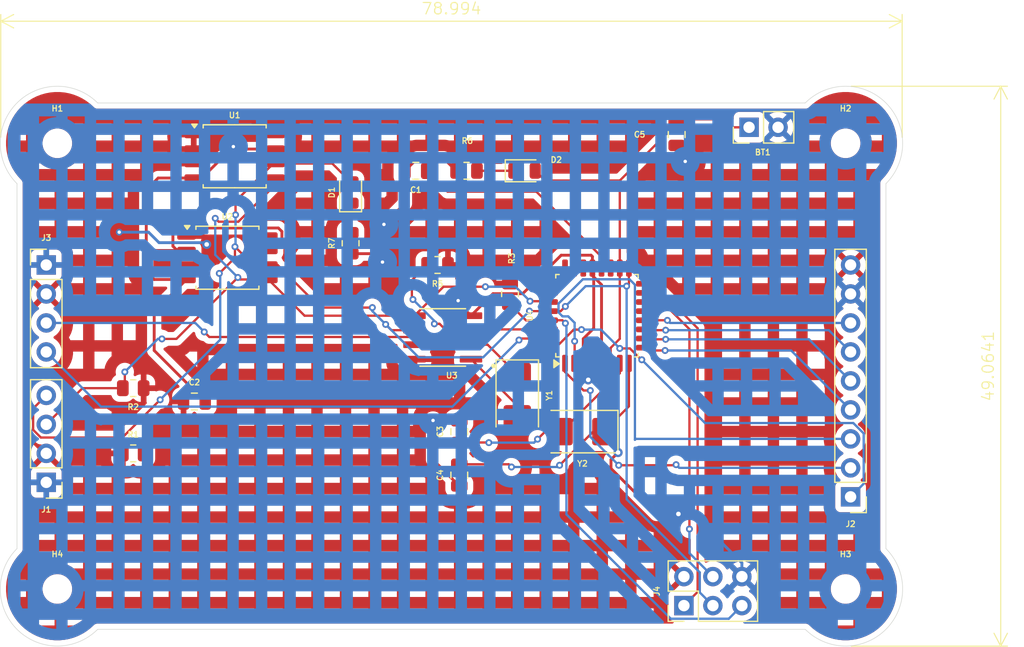
<source format=kicad_pcb>
(kicad_pcb (version 20241229) (generator "pcbnew") (generator_version "9.0")
  (title_block (title "MCU Data Logger") (date "2025-09-13") (rev "0.0.0") (company "Primzel Technologies") (comment 1 "2-Layer PCB Version"))
  (layers (0 "F.Cu" signal) (2 "B.Cu" signal) (13 "F.Paste" user) (15 "B.Paste" user) (5 "F.SilkS" user "F.Silkscreen") (7 "B.SilkS" user "B.Silkscreen") (1 "F.Mask" user) (3 "B.Mask" user) (25 "Edge.Cuts" user))
  (net 0 "")
  (net 1 "Net-(BT1-+)")
  (net 2 "GND")
  (net 3 "Net-(U4-AREF)")
  (net 4 "/Vcc")
  (net 5 "Net-(U4-XTAL1{slash}PB6)")
  (net 6 "Net-(U4-XTAL2{slash}PB7)")
  (net 7 "Net-(D1-K)")
  (net 8 "/SCK")
  (net 9 "Net-(D2-K)")
  (net 10 "/SDA")
  (net 11 "/D5")
  (net 12 "/D6")
  (net 13 "/D2")
  (net 14 "/D8")
  (net 15 "/D3")
  (net 16 "/D4")
  (net 17 "/D7")
  (net 18 "/TX")
  (net 19 "/RX")
  (net 20 "/RESET")
  (net 21 "/MISO")
  (net 22 "/MOSI")
  (net 23 "Net-(U3-SQW{slash}~INT)")
  (net 24 "Net-(U3-~{INTA})")
  (net 25 "Net-(U3-X2)")
  (net 26 "Net-(U3-X1)")
  (footprint "LED_SMD:LED_0805_2012Metric" (layer "F.Cu") (at 104.775 60.325 90)
    (property "Reference" "D1" (at 0 -1.65 90) (layer "F.SilkS") (effects (font (size 0.5 0.5) (thickness 0.1))))
    (property "Value" "LED")
    (pad "1" smd roundrect (at -0.9375 0 90) (size 0.975 1.4) (layers "F.Cu" "F.Mask" "F.Paste") (net 7 "Net-(D1-K)"))
    (pad "2" smd roundrect (at 0.9375 0 90) (size 0.975 1.4) (layers "F.Cu" "F.Mask" "F.Paste") (net 8 "/SCK"))
  )
  (footprint "MountingHole:MountingHole_2.1mm" (layer "F.Cu") (at 79.075134 95.067267)
    (property "Reference" "H4" (at 0 -3.05 0) (layer "F.SilkS") (effects (font (size 0.5 0.5) (thickness 0.1))))
    (property "Value" "MountingHole")
    (pad "" np_thru_hole circle (at 0 0) (size 2.1 2.1) (drill 2.1) (layers "*.Cu" "*.Mask"))
  )
  (footprint "Connector_PinHeader_2.54mm:PinHeader_2x03_P2.54mm_Vertical" (layer "F.Cu") (at 133.985 96.525 90)
    (property "Reference" "J4" (at 1.27 -2.38 90) (layer "F.SilkS") (effects (font (size 0.5 0.5) (thickness 0.1))))
    (property "Value" "Conn_02x03_Odd_Even")
    (pad "1" thru_hole rect (at 0 0 90) (size 1.7 1.7) (drill 1) (layers "*.Cu" "*.Mask") (net 21 "/MISO"))
    (pad "2" thru_hole circle (at 2.54 0 90) (size 1.7 1.7) (drill 1) (layers "*.Cu" "*.Mask") (net 4 "/Vcc"))
    (pad "3" thru_hole circle (at 0 2.54 90) (size 1.7 1.7) (drill 1) (layers "*.Cu" "*.Mask") (net 8 "/SCK"))
    (pad "4" thru_hole circle (at 2.54 2.54 90) (size 1.7 1.7) (drill 1) (layers "*.Cu" "*.Mask") (net 22 "/MOSI"))
    (pad "5" thru_hole circle (at 0 5.08 90) (size 1.7 1.7) (drill 1) (layers "*.Cu" "*.Mask") (net 20 "/RESET"))
    (pad "6" thru_hole circle (at 2.54 5.08 90) (size 1.7 1.7) (drill 1) (layers "*.Cu" "*.Mask") (net 2 "GND"))
  )
  (footprint "MountingHole:MountingHole_2.1mm" (layer "F.Cu") (at 79.075134 56.011934)
    (property "Reference" "H1" (at 0 -3.05 0) (layer "F.SilkS") (effects (font (size 0.5 0.5) (thickness 0.1))))
    (property "Value" "MountingHole")
    (pad "" np_thru_hole circle (at 0 0) (size 2.1 2.1) (drill 2.1) (layers "*.Cu" "*.Mask"))
  )
  (footprint "Capacitor_SMD:C_0805_2012Metric" (layer "F.Cu") (at 114.3 81.28 90)
    (property "Reference" "C3" (at 0 -1.68 90) (layer "F.SilkS") (effects (font (size 0.5 0.5) (thickness 0.1))))
    (property "Value" "22pF")
    (pad "1" smd roundrect (at -0.95 0 90) (size 1 1.45) (layers "F.Cu" "F.Mask" "F.Paste") (net 5 "Net-(U4-XTAL1{slash}PB6)"))
    (pad "2" smd roundrect (at 0.95 0 90) (size 1 1.45) (layers "F.Cu" "F.Mask" "F.Paste") (net 2 "GND"))
  )
  (footprint "MountingHole:MountingHole_2.1mm" (layer "F.Cu") (at 148.153267 95.067267)
    (property "Reference" "H3" (at 0 -3.05 0) (layer "F.SilkS") (effects (font (size 0.5 0.5) (thickness 0.1))))
    (property "Value" "MountingHole")
    (pad "" np_thru_hole circle (at 0 0) (size 2.1 2.1) (drill 2.1) (layers "*.Cu" "*.Mask"))
  )
  (footprint "Capacitor_SMD:C_0805_2012Metric" (layer "F.Cu") (at 91.085 78.64)
    (property "Reference" "C2" (at 0 -1.68 0) (layer "F.SilkS") (effects (font (size 0.5 0.5) (thickness 0.1))))
    (property "Value" "0.1uF")
    (pad "1" smd roundrect (at -0.95 0) (size 1 1.45) (layers "F.Cu" "F.Mask" "F.Paste") (net 4 "/Vcc"))
    (pad "2" smd roundrect (at 0.95 0) (size 1 1.45) (layers "F.Cu" "F.Mask" "F.Paste") (net 2 "GND"))
  )
  (footprint "MountingHole:MountingHole_2.1mm" (layer "F.Cu") (at 148.153267 56.011934)
    (property "Reference" "H2" (at 0 -3.05 0) (layer "F.SilkS") (effects (font (size 0.5 0.5) (thickness 0.1))))
    (property "Value" "MountingHole")
    (pad "" np_thru_hole circle (at 0 0) (size 2.1 2.1) (drill 2.1) (layers "*.Cu" "*.Mask"))
  )
  (footprint "Resistor_SMD:R_0805_2012Metric" (layer "F.Cu") (at 104.775 64.77 90)
    (property "Reference" "R7" (at 0 -1.65 90) (layer "F.SilkS") (effects (font (size 0.5 0.5) (thickness 0.1))))
    (property "Value" "330")
    (pad "1" smd roundrect (at -0.9125 0 90) (size 1.025 1.4) (layers "F.Cu" "F.Mask" "F.Paste") (roundrect_rratio 0.243902) (net 2 "GND"))
    (pad "2" smd roundrect (at 0.9125 0 90) (size 1.025 1.4) (layers "F.Cu" "F.Mask" "F.Paste") (roundrect_rratio 0.243902) (net 7 "Net-(D1-K)"))
  )
  (footprint "Package_SO:SOIC-8_5.3x5.3mm_P1.27mm" (layer "F.Cu") (at 93.98 66.04)
    (property "Reference" "U2" (at 0 -3.6 0) (layer "F.SilkS") (effects (font (size 0.5 0.5) (thickness 0.1))))
    (property "Value" "24LC1025")
    (pad "1" smd roundrect (at -3.5875 -1.905) (size 1.625 0.65) (layers "F.Cu" "F.Mask" "F.Paste") (net 4 "/Vcc"))
    (pad "2" smd roundrect (at -3.5875 -0.635) (size 1.625 0.65) (layers "F.Cu" "F.Mask" "F.Paste") (net 2 "GND"))
    (pad "3" smd roundrect (at -3.5875 0.635) (size 1.625 0.65) (layers "F.Cu" "F.Mask" "F.Paste") (net 4 "/Vcc"))
    (pad "4" smd roundrect (at -3.5875 1.905) (size 1.625 0.65) (layers "F.Cu" "F.Mask" "F.Paste") (net 2 "GND"))
    (pad "5" smd roundrect (at 3.5875 1.905) (size 1.625 0.65) (layers "F.Cu" "F.Mask" "F.Paste") (net 10 "/SDA"))
    (pad "6" smd roundrect (at 3.5875 0.635) (size 1.625 0.65) (layers "F.Cu" "F.Mask" "F.Paste") (net 8 "/SCK"))
    (pad "7" smd roundrect (at 3.5875 -0.635) (size 1.625 0.65) (layers "F.Cu" "F.Mask" "F.Paste") (net 2 "GND"))
    (pad "8" smd roundrect (at 3.5875 -1.905) (size 1.625 0.65) (layers "F.Cu" "F.Mask" "F.Paste") (net 4 "/Vcc"))
  )
  (footprint "LED_SMD:LED_0805_2012Metric" (layer "F.Cu") (at 120.015 58.42)
    (property "Reference" "D2" (at 2.785 -0.96 0) (layer "F.SilkS") (effects (font (size 0.5 0.5) (thickness 0.1))))
    (property "Value" "LED")
    (pad "1" smd roundrect (at -0.9375 0) (size 0.975 1.4) (layers "F.Cu" "F.Mask" "F.Paste") (net 9 "Net-(D2-K)"))
    (pad "2" smd roundrect (at 0.9375 0) (size 0.975 1.4) (layers "F.Cu" "F.Mask" "F.Paste") (net 1 "Net-(BT1-+)"))
  )
  (footprint "Connector_PinHeader_2.54mm:PinHeader_1x04_P2.54mm_Vertical" (layer "F.Cu") (at 78.105 85.725 180)
    (property "Reference" "J1" (at 0 -2.38 0) (layer "F.SilkS") (effects (font (size 0.5 0.5) (thickness 0.1))))
    (property "Value" "Conn_01x04_Pin")
    (pad "1" thru_hole rect (at 0 0 180) (size 1.7 1.7) (drill 1) (layers "*.Cu" "*.Mask") (net 2 "GND"))
    (pad "2" thru_hole circle (at 0 2.54 180) (size 1.7 1.7) (drill 1) (layers "*.Cu" "*.Mask") (net 4 "/Vcc"))
    (pad "3" thru_hole circle (at 0 5.08 180) (size 1.7 1.7) (drill 1) (layers "*.Cu" "*.Mask") (net 10 "/SDA"))
    (pad "4" thru_hole circle (at 0 7.62 180) (size 1.7 1.7) (drill 1) (layers "*.Cu" "*.Mask") (net 8 "/SCK"))
  )
  (footprint "Connector_PinHeader_2.54mm:PinHeader_1x04_P2.54mm_Vertical" (layer "F.Cu") (at 78.105 66.675)
    (property "Reference" "J3" (at 0 -2.38 0) (layer "F.SilkS") (effects (font (size 0.5 0.5) (thickness 0.1))))
    (property "Value" "Conn_01x04_Pin")
    (pad "1" thru_hole rect (at 0 0) (size 1.7 1.7) (drill 1) (layers "*.Cu" "*.Mask") (net 2 "GND"))
    (pad "2" thru_hole circle (at 0 2.54) (size 1.7 1.7) (drill 1) (layers "*.Cu" "*.Mask") (net 4 "/Vcc"))
    (pad "3" thru_hole circle (at 0 5.08) (size 1.7 1.7) (drill 1) (layers "*.Cu" "*.Mask") (net 19 "/RX"))
    (pad "4" thru_hole circle (at 0 7.62) (size 1.7 1.7) (drill 1) (layers "*.Cu" "*.Mask") (net 18 "/TX"))
  )
  (footprint "Resistor_SMD:R_0805_2012Metric" (layer "F.Cu") (at 85.725 77.47 180)
    (property "Reference" "R2" (at 0 -1.65 0) (layer "F.SilkS") (effects (font (size 0.5 0.5) (thickness 0.1))))
    (property "Value" "4.7K")
    (pad "1" smd roundrect (at -0.9125 0 180) (size 1.025 1.4) (layers "F.Cu" "F.Mask" "F.Paste") (roundrect_rratio 0.243902) (net 4 "/Vcc"))
    (pad "2" smd roundrect (at 0.9125 0 180) (size 1.025 1.4) (layers "F.Cu" "F.Mask" "F.Paste") (roundrect_rratio 0.243902) (net 10 "/SDA"))
  )
  (footprint "Crystal:Crystal_SMD_5032-2Pin_5.0x3.2mm" (layer "F.Cu") (at 119.38 78.105 -90)
    (property "Reference" "Y1" (at 0 -2.8 90) (layer "F.SilkS") (effects (font (size 0.5 0.5) (thickness 0.1))))
    (property "Value" "32.768KHz")
    (pad "1" smd roundrect (at -1.85 0 270) (size 2 2.4) (layers "F.Cu" "F.Mask" "F.Paste") (roundrect_rratio 0.125) (net 25 "Net-(U3-X2)"))
    (pad "2" smd roundrect (at 1.85 0 270) (size 2 2.4) (layers "F.Cu" "F.Mask" "F.Paste") (roundrect_rratio 0.125) (net 26 "Net-(U3-X1)"))
  )
  (footprint "Crystal:Crystal_SMD_5032-2Pin_5.0x3.2mm" (layer "F.Cu") (at 125.095 81.28 180)
    (property "Reference" "Y2" (at 0 -2.8 0) (layer "F.SilkS") (effects (font (size 0.5 0.5) (thickness 0.1))))
    (property "Value" "16MHz")
    (pad "1" smd roundrect (at -1.85 0 180) (size 2 2.4) (layers "F.Cu" "F.Mask" "F.Paste") (roundrect_rratio 0.125) (net 6 "Net-(U4-XTAL2{slash}PB7)"))
    (pad "2" smd roundrect (at 1.85 0 180) (size 2 2.4) (layers "F.Cu" "F.Mask" "F.Paste") (roundrect_rratio 0.125) (net 5 "Net-(U4-XTAL1{slash}PB6)"))
  )
  (footprint "Capacitor_SMD:C_0805_2012Metric" (layer "F.Cu") (at 110.49 58.42 180)
    (property "Reference" "C1" (at 0 -1.68 0) (layer "F.SilkS") (effects (font (size 0.5 0.5) (thickness 0.1))))
    (property "Value" "0.1uF")
    (pad "1" smd roundrect (at -0.95 0 180) (size 1 1.45) (layers "F.Cu" "F.Mask" "F.Paste") (net 3 "Net-(U4-AREF)"))
    (pad "2" smd roundrect (at 0.95 0 180) (size 1 1.45) (layers "F.Cu" "F.Mask" "F.Paste") (net 2 "GND"))
  )
  (footprint "Resistor_SMD:R_0805_2012Metric" (layer "F.Cu") (at 85.725 83.185)
    (property "Reference" "R1" (at 0 -1.65 0) (layer "F.SilkS") (effects (font (size 0.5 0.5) (thickness 0.1))))
    (property "Value" "4.7K")
    (pad "1" smd roundrect (at -0.9125 0) (size 1.025 1.4) (layers "F.Cu" "F.Mask" "F.Paste") (roundrect_rratio 0.243902) (net 4 "/Vcc"))
    (pad "2" smd roundrect (at 0.9125 0) (size 1.025 1.4) (layers "F.Cu" "F.Mask" "F.Paste") (roundrect_rratio 0.243902) (net 8 "/SCK"))
  )
  (footprint "DS1337S:SOIC127P600X175-8N" (layer "F.Cu") (at 112.85 73.025 180)
    (property "Reference" "U3" (at -0.795 -3.332 0) (layer "F.SilkS") (effects (font (size 0.5 0.5) (thickness 0.1))))
    (property "Value" "DS1337S_")
    (pad "1" smd roundrect (at -2.475 -1.905 180) (size 1.97 0.59) (layers "F.Cu" "F.Mask" "F.Paste") (roundrect_rratio 0.125) (net 26 "Net-(U3-X1)"))
    (pad "2" smd roundrect (at -2.475 -0.635 180) (size 1.97 0.59) (layers "F.Cu" "F.Mask" "F.Paste") (roundrect_rratio 0.125) (net 25 "Net-(U3-X2)"))
    (pad "3" smd roundrect (at -2.475 0.635 180) (size 1.97 0.59) (layers "F.Cu" "F.Mask" "F.Paste") (roundrect_rratio 0.125) (net 24 "Net-(U3-~{INTA})"))
    (pad "4" smd roundrect (at -2.475 1.905 180) (size 1.97 0.59) (layers "F.Cu" "F.Mask" "F.Paste") (roundrect_rratio 0.125) (net 2 "GND"))
    (pad "5" smd roundrect (at 2.475 1.905 180) (size 1.97 0.59) (layers "F.Cu" "F.Mask" "F.Paste") (roundrect_rratio 0.125) (net 10 "/SDA"))
    (pad "6" smd roundrect (at 2.475 0.635 180) (size 1.97 0.59) (layers "F.Cu" "F.Mask" "F.Paste") (roundrect_rratio 0.125) (net 8 "/SCK"))
    (pad "7" smd roundrect (at 2.475 -0.635 180) (size 1.97 0.59) (layers "F.Cu" "F.Mask" "F.Paste") (roundrect_rratio 0.125) (net 23 "Net-(U3-SQW{slash}~INT)"))
    (pad "8" smd roundrect (at 2.475 -1.905 180) (size 1.97 0.59) (layers "F.Cu" "F.Mask" "F.Paste") (roundrect_rratio 0.125) (net 4 "/Vcc"))
  )
  (footprint "Resistor_SMD:R_0805_2012Metric" (layer "F.Cu") (at 114.935 58.42)
    (property "Reference" "R6" (at 0.065 -2.62 0) (layer "F.SilkS") (effects (font (size 0.5 0.5) (thickness 0.1))))
    (property "Value" "330")
    (pad "1" smd roundrect (at -0.9125 0) (size 1.025 1.4) (layers "F.Cu" "F.Mask" "F.Paste") (roundrect_rratio 0.243902) (net 2 "GND"))
    (pad "2" smd roundrect (at 0.9125 0) (size 1.025 1.4) (layers "F.Cu" "F.Mask" "F.Paste") (roundrect_rratio 0.243902) (net 9 "Net-(D2-K)"))
  )
  (footprint "Package_QFP:LQFP-32_7x7mm_P0.8mm" (layer "F.Cu") (at 126.365 71.12 90)
    (property "Reference" "U4" (at 0 -5.88 90) (layer "F.SilkS") (effects (font (size 0.5 0.5) (thickness 0.1))))
    (property "Value" "ATmega328P-A")
    (pad "1" smd roundrect (at -4.175 -2.8 90) (size 1.5 0.5) (layers "F.Cu" "F.Mask" "F.Paste") (net 15 "/D3"))
    (pad "2" smd roundrect (at -4.175 -2 90) (size 1.5 0.5) (layers "F.Cu" "F.Mask" "F.Paste") (net 16 "/D4"))
    (pad "3" smd roundrect (at -4.175 -1.2 90) (size 1.5 0.5) (layers "F.Cu" "F.Mask" "F.Paste") (net 2 "GND"))
    (pad "4" smd roundrect (at -4.175 -0.4 90) (size 1.5 0.5) (layers "F.Cu" "F.Mask" "F.Paste") (net 1 "Net-(BT1-+)"))
    (pad "5" smd roundrect (at -4.175 0.4 90) (size 1.5 0.5) (layers "F.Cu" "F.Mask" "F.Paste") (net 2 "GND"))
    (pad "6" smd roundrect (at -4.175 1.2 90) (size 1.5 0.5) (layers "F.Cu" "F.Mask" "F.Paste") (net 1 "Net-(BT1-+)"))
    (pad "7" smd roundrect (at -4.175 2 90) (size 1.5 0.5) (layers "F.Cu" "F.Mask" "F.Paste") (net 5 "Net-(U4-XTAL1{slash}PB6)"))
    (pad "8" smd roundrect (at -4.175 2.8 90) (size 1.5 0.5) (layers "F.Cu" "F.Mask" "F.Paste") (net 6 "Net-(U4-XTAL2{slash}PB7)"))
    (pad "9" smd roundrect (at -2.8 4.175 90) (size 0.5 1.5) (layers "F.Cu" "F.Mask" "F.Paste") (net 11 "/D5"))
    (pad "10" smd roundrect (at -2 4.175 90) (size 0.5 1.5) (layers "F.Cu" "F.Mask" "F.Paste") (net 12 "/D6"))
    (pad "11" smd roundrect (at -1.2 4.175 90) (size 0.5 1.5) (layers "F.Cu" "F.Mask" "F.Paste") (net 17 "/D7"))
    (pad "12" smd roundrect (at -0.4 4.175 90) (size 0.5 1.5) (layers "F.Cu" "F.Mask" "F.Paste") (net 14 "/D8"))
    (pad "13" smd roundrect (at 0.4 4.175 90) (size 0.5 1.5) (layers "F.Cu" "F.Mask" "F.Paste"))
    (pad "14" smd roundrect (at 1.2 4.175 90) (size 0.5 1.5) (layers "F.Cu" "F.Mask" "F.Paste"))
    (pad "15" smd roundrect (at 2 4.175 90) (size 0.5 1.5) (layers "F.Cu" "F.Mask" "F.Paste") (net 22 "/MOSI"))
    (pad "16" smd roundrect (at 2.8 4.175 90) (size 0.5 1.5) (layers "F.Cu" "F.Mask" "F.Paste") (net 21 "/MISO"))
    (pad "17" smd roundrect (at 4.175 2.8 90) (size 1.5 0.5) (layers "F.Cu" "F.Mask" "F.Paste") (net 8 "/SCK"))
    (pad "18" smd roundrect (at 4.175 2 90) (size 1.5 0.5) (layers "F.Cu" "F.Mask" "F.Paste") (net 1 "Net-(BT1-+)"))
    (pad "19" smd roundrect (at 4.175 1.2 90) (size 1.5 0.5) (layers "F.Cu" "F.Mask" "F.Paste"))
    (pad "20" smd roundrect (at 4.175 0.4 90) (size 1.5 0.5) (layers "F.Cu" "F.Mask" "F.Paste") (net 3 "Net-(U4-AREF)"))
    (pad "21" smd roundrect (at 4.175 -0.4 90) (size 1.5 0.5) (layers "F.Cu" "F.Mask" "F.Paste") (net 2 "GND"))
    (pad "22" smd roundrect (at 4.175 -1.2 90) (size 1.5 0.5) (layers "F.Cu" "F.Mask" "F.Paste"))
    (pad "23" smd roundrect (at 4.175 -2 90) (size 1.5 0.5) (layers "F.Cu" "F.Mask" "F.Paste"))
    (pad "24" smd roundrect (at 4.175 -2.8 90) (size 1.5 0.5) (layers "F.Cu" "F.Mask" "F.Paste"))
    (pad "25" smd roundrect (at 2.8 -4.175 90) (size 0.5 1.5) (layers "F.Cu" "F.Mask" "F.Paste"))
    (pad "26" smd roundrect (at 2 -4.175 90) (size 0.5 1.5) (layers "F.Cu" "F.Mask" "F.Paste"))
    (pad "27" smd roundrect (at 1.2 -4.175 90) (size 0.5 1.5) (layers "F.Cu" "F.Mask" "F.Paste") (net 10 "/SDA"))
    (pad "28" smd roundrect (at 0.4 -4.175 90) (size 0.5 1.5) (layers "F.Cu" "F.Mask" "F.Paste") (net 8 "/SCK"))
    (pad "29" smd roundrect (at -0.4 -4.175 90) (size 0.5 1.5) (layers "F.Cu" "F.Mask" "F.Paste") (net 20 "/RESET"))
    (pad "30" smd roundrect (at -1.2 -4.175 90) (size 0.5 1.5) (layers "F.Cu" "F.Mask" "F.Paste") (net 19 "/RX"))
    (pad "31" smd roundrect (at -2 -4.175 90) (size 0.5 1.5) (layers "F.Cu" "F.Mask" "F.Paste") (net 18 "/TX"))
    (pad "32" smd roundrect (at -2.8 -4.175 90) (size 0.5 1.5) (layers "F.Cu" "F.Mask" "F.Paste") (net 13 "/D2"))
  )
  (footprint "Resistor_SMD:R_0805_2012Metric" (layer "F.Cu") (at 112.395 66.675 180)
    (property "Reference" "R5" (at 0 -1.65 0) (layer "F.SilkS") (effects (font (size 0.5 0.5) (thickness 0.1))))
    (property "Value" "10K")
    (pad "1" smd roundrect (at -0.9125 0 180) (size 1.025 1.4) (layers "F.Cu" "F.Mask" "F.Paste") (roundrect_rratio 0.243902) (net 4 "/Vcc"))
    (pad "2" smd roundrect (at 0.9125 0 180) (size 1.025 1.4) (layers "F.Cu" "F.Mask" "F.Paste") (roundrect_rratio 0.243902) (net 24 "Net-(U3-~{INTA})"))
  )
  (footprint "Capacitor_SMD:C_0805_2012Metric" (layer "F.Cu") (at 114.3 85.09 90)
    (property "Reference" "C4" (at 0 -1.68 90) (layer "F.SilkS") (effects (font (size 0.5 0.5) (thickness 0.1))))
    (property "Value" "22pF")
    (pad "1" smd roundrect (at -0.95 0 90) (size 1 1.45) (layers "F.Cu" "F.Mask" "F.Paste") (net 2 "GND"))
    (pad "2" smd roundrect (at 0.95 0 90) (size 1 1.45) (layers "F.Cu" "F.Mask" "F.Paste") (net 6 "Net-(U4-XTAL2{slash}PB7)"))
  )
  (footprint "Connector_PinHeader_2.54mm:PinHeader_1x09_P2.54mm_Vertical" (layer "F.Cu") (at 148.59 86.995 180)
    (property "Reference" "J2" (at 0 -2.38 0) (layer "F.SilkS") (effects (font (size 0.5 0.5) (thickness 0.1))))
    (property "Value" "Conn_01x09_Pin")
    (pad "1" thru_hole rect (at 0 0 180) (size 1.7 1.7) (drill 1) (layers "*.Cu" "*.Mask") (net 13 "/D2"))
    (pad "2" thru_hole circle (at 0 2.54 180) (size 1.7 1.7) (drill 1) (layers "*.Cu" "*.Mask") (net 15 "/D3"))
    (pad "3" thru_hole circle (at 0 5.08 180) (size 1.7 1.7) (drill 1) (layers "*.Cu" "*.Mask") (net 16 "/D4"))
    (pad "4" thru_hole circle (at 0 7.62 180) (size 1.7 1.7) (drill 1) (layers "*.Cu" "*.Mask") (net 11 "/D5"))
    (pad "5" thru_hole circle (at 0 10.16 180) (size 1.7 1.7) (drill 1) (layers "*.Cu" "*.Mask") (net 12 "/D6"))
    (pad "6" thru_hole circle (at 0 12.7 180) (size 1.7 1.7) (drill 1) (layers "*.Cu" "*.Mask") (net 17 "/D7"))
    (pad "7" thru_hole circle (at 0 15.24 180) (size 1.7 1.7) (drill 1) (layers "*.Cu" "*.Mask") (net 14 "/D8"))
    (pad "8" thru_hole circle (at 0 17.78 180) (size 1.7 1.7) (drill 1) (layers "*.Cu" "*.Mask") (net 2 "GND"))
    (pad "9" thru_hole circle (at 0 20.32 180) (size 1.7 1.7) (drill 1) (layers "*.Cu" "*.Mask") (net 4 "/Vcc"))
  )
  (footprint "Connector_PinHeader_2.54mm:PinHeader_1x02_P2.54mm_Vertical" (layer "F.Cu") (at 139.695 54.61 90)
    (property "Reference" "BT1" (at -2.19 1.205 180) (layer "F.SilkS") (effects (font (size 0.5 0.5) (thickness 0.1))))
    (property "Value" "Battery")
    (pad "1" thru_hole rect (at 0 0 90) (size 1.7 1.7) (drill 1) (layers "*.Cu" "*.Mask") (net 1 "Net-(BT1-+)"))
    (pad "2" thru_hole circle (at 0 2.54 90) (size 1.7 1.7) (drill 1) (layers "*.Cu" "*.Mask") (net 2 "GND"))
  )
  (footprint "Package_SO:SOIC-8_5.3x5.3mm_P1.27mm" (layer "F.Cu") (at 94.615 57.15)
    (property "Reference" "U1" (at 0 -3.6 0) (layer "F.SilkS") (effects (font (size 0.5 0.5) (thickness 0.1))))
    (property "Value" "24LC1025")
    (pad "1" smd roundrect (at -3.5875 -1.905) (size 1.625 0.65) (layers "F.Cu" "F.Mask" "F.Paste") (net 4 "/Vcc"))
    (pad "2" smd roundrect (at -3.5875 -0.635) (size 1.625 0.65) (layers "F.Cu" "F.Mask" "F.Paste") (net 4 "/Vcc"))
    (pad "3" smd roundrect (at -3.5875 0.635) (size 1.625 0.65) (layers "F.Cu" "F.Mask" "F.Paste") (net 4 "/Vcc"))
    (pad "4" smd roundrect (at -3.5875 1.905) (size 1.625 0.65) (layers "F.Cu" "F.Mask" "F.Paste") (net 2 "GND"))
    (pad "5" smd roundrect (at 3.5875 1.905) (size 1.625 0.65) (layers "F.Cu" "F.Mask" "F.Paste") (net 10 "/SDA"))
    (pad "6" smd roundrect (at 3.5875 0.635) (size 1.625 0.65) (layers "F.Cu" "F.Mask" "F.Paste") (net 8 "/SCK"))
    (pad "7" smd roundrect (at 3.5875 -0.635) (size 1.625 0.65) (layers "F.Cu" "F.Mask" "F.Paste") (net 2 "GND"))
    (pad "8" smd roundrect (at 3.5875 -1.905) (size 1.625 0.65) (layers "F.Cu" "F.Mask" "F.Paste") (net 4 "/Vcc"))
  )
  (footprint "Capacitor_SMD:C_0805_2012Metric" (layer "F.Cu") (at 133.35 55.245 -90)
    (property "Reference" "C5" (at 0 3.25 180) (layer "F.SilkS") (effects (font (size 0.5 0.5) (thickness 0.1))))
    (property "Value" "100nF")
    (pad "1" smd roundrect (at -0.95 0 270) (size 1 1.45) (layers "F.Cu" "F.Mask" "F.Paste") (net 1 "Net-(BT1-+)"))
    (pad "2" smd roundrect (at 0.95 0 270) (size 1 1.45) (layers "F.Cu" "F.Mask" "F.Paste") (net 2 "GND"))
  )
  (footprint "Resistor_SMD:R_0805_2012Metric" (layer "F.Cu") (at 118.745 69.215 -90)
    (property "Reference" "R3" (at -3.115 -0.155 90) (layer "F.SilkS") (effects (font (size 0.5 0.5) (thickness 0.1))))
    (property "Value" "10K")
    (pad "1" smd roundrect (at -0.9125 0 270) (size 1.025 1.4) (layers "F.Cu" "F.Mask" "F.Paste") (roundrect_rratio 0.243902) (net 4 "/Vcc"))
    (pad "2" smd roundrect (at 0.9125 0 270) (size 1.025 1.4) (layers "F.Cu" "F.Mask" "F.Paste") (roundrect_rratio 0.243902) (net 20 "/RESET"))
  )
  (gr_arc (start 82.610667 98.6028) (mid 75.539601 98.6028) (end 75.5396 91.531733) (stroke (width 0.05)) (layer "Edge.Cuts"))
  (gr_arc (start 144.617733 52.4764) (mid 151.6888 52.4764) (end 151.6888 59.547467) (stroke (width 0.05)) (layer "Edge.Cuts"))
  (gr_line (start 75.5396 91.531733) (end 75.5396 59.547467) (stroke (width 0.05)) (layer "Edge.Cuts"))
  (gr_arc (start 151.6888 91.531733) (mid 151.688801 98.602801) (end 144.617733 98.6028) (stroke (width 0.05)) (layer "Edge.Cuts"))
  (gr_line (start 82.610667 52.4764) (end 144.617733 52.4764) (stroke (width 0.05)) (layer "Edge.Cuts"))
  (gr_line (start 82.610667 98.6028) (end 144.617733 98.6028) (stroke (width 0.05)) (layer "Edge.Cuts"))
  (gr_line (start 151.6888 91.531733) (end 151.6888 59.547467) (stroke (width 0.05)) (layer "Edge.Cuts"))
  (gr_arc (start 75.5396 59.547467) (mid 75.5396 52.4764) (end 82.610667 52.4764) (stroke (width 0.05)) (layer "Edge.Cuts"))
  (dimension (type orthogonal) (layer "F.SilkS") (pts (xy 153.1112 55.9816) (xy 74.1172 55.9816)) (height -10.668) (orientation 0) (format (prefix "") (suffix "") (units 3) (units_format 0) (precision 4) (suppress_zeroes yes)) (style (thickness 0.1) (arrow_length 1.27) (text_position_mode 0) (arrow_direction outward) (extension_height 0.58642) (extension_offset 0.5) (keep_text_aligned yes)) (gr_text "78.994" (at 113.6142 44.2136 0) (layer "F.SilkS") (effects (font (size 1 1) (thickness 0.1)))))
  (dimension (type orthogonal) (layer "F.SilkS") (pts (xy 148.153267 51.011934) (xy 148.153267 100.076)) (height 13.593933) (orientation 1) (format (prefix "") (suffix "") (units 3) (units_format 0) (precision 4) (suppress_zeroes yes)) (style (thickness 0.1) (arrow_length 1.27) (text_position_mode 0) (arrow_direction outward) (extension_height 0.58642) (extension_offset 0.5) (keep_text_aligned yes)) (gr_text "49.0641" (at 160.6472 75.543967 90) (layer "F.SilkS") (effects (font (size 1 1) (thickness 0.1)))))
  (segment (start 128.3725 59.2725) (end 133.35 54.295) (width 0.2) (layer "F.Cu") (net 1))
  (segment (start 125.965 76.044999) (end 125.965 75.295) (width 0.2) (layer "F.Cu") (net 1))
  (segment (start 128.365 66.945) (end 128.365 59.28) (width 0.2) (layer "F.Cu") (net 1))
  (segment (start 127.565 73.939082) (end 128.365 73.139082) (width 0.2) (layer "F.Cu") (net 1))
  (segment (start 128.365 59.28) (end 128.3725 59.2725) (width 0.2) (layer "F.Cu") (net 1))
  (segment (start 128.365 73.139082) (end 128.365 66.945) (width 0.2) (layer "F.Cu") (net 1))
  (segment (start 127.565 75.295) (end 127.565 76.044999) (width 0.2) (layer "F.Cu") (net 1))
  (segment (start 126.316001 76.396) (end 125.965 76.044999) (width 0.2) (layer "F.Cu") (net 1))
  (segment (start 139.695 54.61) (end 133.665 54.61) (width 0.2) (layer "F.Cu") (net 1))
  (segment (start 121.805 59.2725) (end 128.3725 59.2725) (width 0.2) (layer "F.Cu") (net 1))
  (segment (start 139.38 54.295) (end 139.695 54.61) (width 0.2) (layer "F.Cu") (net 1))
  (segment (start 120.9525 58.42) (end 121.805 59.2725) (width 0.2) (layer "F.Cu") (net 1))
  (segment (start 127.565 76.044999) (end 127.213999 76.396) (width 0.2) (layer "F.Cu") (net 1))
  (segment (start 127.565 73.939082) (end 127.565 75.295) (width 0.2) (layer "F.Cu") (net 1))
  (segment (start 127.213999 76.396) (end 126.316001 76.396) (width 0.2) (layer "F.Cu") (net 1))
  (segment (start 133.665 54.61) (end 133.35 54.295) (width 0.2) (layer "F.Cu") (net 1))
  (segment (start 133.35 56.195) (end 133.35 56.85) (width 0.25) (layer "F.Cu") (net 2))
  (segment (start 126.765 75.295) (end 126.765 68.406984) (width 0.25) (layer "F.Cu") (net 2))
  (segment (start 109.54 58.42) (end 110.641 57.319) (width 0.25) (layer "F.Cu") (net 2))
  (segment (start 114.2 69.8) (end 114.2 69.995) (width 0.25) (layer "F.Cu") (net 2))
  (segment (start 114.3 80.33) (end 112.03 80.33) (width 0.25) (layer "F.Cu") (net 2))
  (segment (start 86.868 64.8208) (end 87.4522 65.405) (width 0.25) (layer "F.Cu") (net 2))
  (segment (start 109.54 61.275) (end 109.54 58.42) (width 0.25) (layer "F.Cu") (net 2))
  (segment (start 98.445056 63.434) (end 98.756 63.744944) (width 0.25) (layer "F.Cu") (net 2))
  (segment (start 94.715 56.515) (end 94.5 56.3) (width 0.25) (layer "F.Cu") (net 2))
  (segment (start 90.3925 65.405) (end 89.580001 65.405) (width 0.25) (layer "F.Cu") (net 2))
  (segment (start 119.857016 69.191) (end 123.229016 65.819) (width 0.25) (layer "F.Cu") (net 2))
  (segment (start 98.756 64.525056) (end 97.876056 65.405) (width 0.25) (layer "F.Cu") (net 2))
  (segment (start 126.080008 72.224401) (end 126.080008 67.721992) (width 0.25) (layer "F.Cu") (net 2))
  (segment (start 86.868 67.2592) (end 86.868 64.8208) (width 0.25) (layer "F.Cu") (net 2))
  (segment (start 126.080008 67.721992) (end 125.965 67.606984) (width 0.25) (layer "F.Cu") (net 2))
  (segment (start 87.5538 67.945) (end 86.868 67.2592) (width 0.25) (layer "F.Cu") (net 2))
  (segment (start 90.3925 67.945) (end 87.5538 67.945) (width 0.25) (layer "F.Cu") (net 2))
  (segment (start 89.204 65.028999) (end 89.204 63.744944) (width 0.25) (layer "F.Cu") (net 2))
  (segment (start 115.325 71.12) (end 117.254 69.191) (width 0.25) (layer "F.Cu") (net 2))
  (segment (start 128.215 83.110741) (end 127.594 83.731741) (width 0.25) (layer "F.Cu") (net 2))
  (segment (start 125.165 76.305661) (end 125.599285 76.739946) (width 0.25) (layer "F.Cu") (net 2))
  (segment (start 91.745 59.055) (end 91.0275 59.055) (width 0.25) (layer "F.Cu") (net 2))
  (segment (start 126.765 68.406984) (end 126.080008 67.721992) (width 0.25) (layer "F.Cu") (net 2))
  (segment (start 125.965 67.606984) (end 125.965 66.945) (width 0.25) (layer "F.Cu") (net 2))
  (segment (start 125.848984 65.819) (end 125.965 65.935016) (width 0.25) (layer "F.Cu") (net 2))
  (segment (start 125.165 75.295) (end 125.165 73.139409) (width 0.25) (layer "F.Cu") (net 2))
  (segment (start 114.3 86.04) (end 112 83.74) (width 0.25) (layer "F.Cu") (net 2))
  (segment (start 98.2025 56.515) (end 94.715 56.515) (width 0.25) (layer "F.Cu") (net 2))
  (segment (start 94.5 56.3) (end 91.745 59.055) (width 0.25) (layer "F.Cu") (net 2))
  (segment (start 110.641 57.319) (end 112.9215 57.319) (width 0.25) (layer "F.Cu") (net 2))
  (segment (start 133.35 56.85) (end 134.1 57.6) (width 0.25) (layer "F.Cu") (net 2))
  (segment (start 112.03 80.33) (end 112 80.3) (width 0.25) (layer "F.Cu") (net 2))
  (segment (start 125.165 75.295) (end 125.165 76.305661) (width 0.25) (layer "F.Cu") (net 2))
  (segment (start 125.165 73.139409) (end 126.080008 72.224401) (width 0.25) (layer "F.Cu") (net 2))
  (segment (start 90.3925 67.945) (end 87.5636 70.7739) (width 0.25) (layer "F.Cu") (net 2))
  (segment (start 87.4522 65.405) (end 90.3925 65.405) (width 0.25) (layer "F.Cu") (net 2))
  (segment (start 89.204 63.744944) (end 89.514944 63.434) (width 0.25) (layer "F.Cu") (net 2))
  (segment (start 123.229016 65.819) (end 125.848984 65.819) (width 0.25) (layer "F.Cu") (net 2))
  (segment (start 91.0275 59.055) (end 87.9094 59.055) (width 0.25) (layer "F.Cu") (net 2))
  (segment (start 127.594 84.506409) (end 131.581191 88.4936) (width 0.25) (layer "F.Cu") (net 2))
  (segment (start 87.5636 70.7739) (end 87.5636 74.1686) (width 0.25) (layer "F.Cu") (net 2))
  (segment (start 106.8305 65.6825) (end 107.569 66.421) (width 0.25) (layer "F.Cu") (net 2))
  (segment (start 98.756 63.744944) (end 98.756 64.525056) (width 0.25) (layer "F.Cu") (net 2))
  (segment (start 89.514944 63.434) (end 98.445056 63.434) (width 0.25) (layer "F.Cu") (net 2))
  (segment (start 127.594 83.731741) (end 127.594 84.506409) (width 0.25) (layer "F.Cu") (net 2))
  (segment (start 112 83.74) (end 112 80.3) (width 0.25) (layer "F.Cu") (net 2))
  (segment (start 112.9215 57.319) (end 114.0225 58.42) (width 0.25) (layer "F.Cu") (net 2))
  (segment (start 97.876056 65.405) (end 97.5675 65.405) (width 0.25) (layer "F.Cu") (net 2))
  (segment (start 104.775 65.6825) (end 106.8305 65.6825) (width 0.25) (layer "F.Cu") (net 2))
  (segment (start 89.580001 65.405) (end 89.204 65.028999) (width 0.25) (layer "F.Cu") (net 2))
  (segment (start 117.254 69.191) (end 119.857016 69.191) (width 0.25) (layer "F.Cu") (net 2))
  (segment (start 125.965 65.935016) (end 125.965 66.945) (width 0.25) (layer "F.Cu") (net 2))
  (segment (start 86.868 60.0964) (end 86.868 64.8208) (width 0.25) (layer "F.Cu") (net 2))
  (segment (start 126.765 75.295) (end 126.765 74.633016) (width 0.25) (layer "F.Cu") (net 2))
  (segment (start 107.696 63.119) (end 109.54 61.275) (width 0.25) (layer "F.Cu") (net 2))
  (segment (start 131.581191 88.4936) (end 133.5024 88.4936) (width 0.25) (layer "F.Cu") (net 2))
  (segment (start 87.9094 59.055) (end 86.868 60.0964) (width 0.25) (layer "F.Cu") (net 2))
  (segment (start 114.2 69.995) (end 115.325 71.12) (width 0.25) (layer "F.Cu") (net 2))
  (segment (start 87.5636 74.1686) (end 92.035 78.64) (width 0.25) (layer "F.Cu") (net 2))
  (via (at 94.5 56.3) (size 0.6) (drill 0.3) (layers "F.Cu" "B.Cu") (net 2))
  (via (at 107.569 66.421) (size 0.6) (drill 0.3) (layers "F.Cu" "B.Cu") (net 2))
  (via (at 134.1 57.6) (size 0.6) (drill 0.3) (layers "F.Cu" "B.Cu") (net 2))
  (via (at 114.2 69.8) (size 0.6) (drill 0.3) (layers "F.Cu" "B.Cu") (net 2))
  (via (at 128.215 83.110741) (size 0.8) (drill 0.4) (layers "F.Cu" "B.Cu") (net 2))
  (via (at 112 80.3) (size 0.6) (drill 0.3) (layers "F.Cu" "B.Cu") (net 2))
  (via (at 107.696 63.119) (size 0.6) (drill 0.3) (layers "F.Cu" "B.Cu") (net 2))
  (via (at 125.599285 76.739946) (size 0.8) (drill 0.4) (layers "F.Cu" "B.Cu") (net 2))
  (via (at 133.5024 88.4936) (size 0.8) (drill 0.4) (layers "F.Cu" "B.Cu") (net 2))
  (segment (start 128.215 79.1422) (end 128.215 83.110741) (width 0.25) (layer "B.Cu") (net 2))
  (segment (start 125.599285 76.739946) (end 125.812746 76.739946) (width 0.25) (layer "B.Cu") (net 2))
  (segment (start 139.065 92.782919) (end 139.065 93.985) (width 0.25) (layer "B.Cu") (net 2))
  (segment (start 125.812746 76.739946) (end 128.215 79.1422) (width 0.25) (layer "B.Cu") (net 2))
  (segment (start 133.5024 88.4936) (end 134.775681 88.4936) (width 0.25) (layer "B.Cu") (net 2))
  (segment (start 134.775681 88.4936) (end 139.065 92.782919) (width 0.25) (layer "B.Cu") (net 2))
  (segment (start 113.2688 60.2488) (end 121.0564 60.2488) (width 0.2) (layer "F.Cu") (net 3))
  (segment (start 121.0564 60.2488) (end 126.765 65.9574) (width 0.2) (layer "F.Cu") (net 3))
  (segment (start 126.765 65.9574) (end 126.765 66.945) (width 0.2) (layer "F.Cu") (net 3))
  (segment (start 111.44 58.42) (end 113.2688 60.2488) (width 0.2) (layer "F.Cu") (net 3))
  (segment (start 92.5 64.5348) (end 92.5 64.135) (width 0.25) (layer "F.Cu") (net 4))
  (segment (start 89.4842 66.675) (end 90.3925 66.675) (width 0.25) (layer "F.Cu") (net 4))
  (segment (start 90.3925 64.135) (end 91.9 64.135) (width 0.25) (layer "F.Cu") (net 4))
  (segment (start 92.5 64.135) (end 97.5675 64.135) (width 0.25) (layer "F.Cu") (net 4))
  (segment (start 90.3925 66.675) (end 89.580001 66.675) (width 0.25) (layer "F.Cu") (net 4))
  (segment (start 90.3925 64.135) (end 90.083944 64.135) (width 0.25) (layer "F.Cu") (net 4))
  (segment (start 90.2655 64.008) (end 90.3925 64.135) (width 0.25) (layer "F.Cu") (net 4))
  (segment (start 92.1632 64.8716) (end 92.5 64.5348) (width 0.25) (layer "F.Cu") (net 4))
  (segment (start 91.9 64.135) (end 92.5 64.135) (width 0.25) (layer "F.Cu") (net 4))
  (via (at 92.1632 64.8716) (size 0.8) (drill 0.4) (layers "F.Cu" "B.Cu") (net 4))
  (via (at 84.5 63.8) (size 0.6) (drill 0.3) (layers "F.Cu" "B.Cu") (net 4))
  (segment (start 92.0108 64.7192) (end 92.1632 64.8716) (width 0.25) (layer "B.Cu") (net 4))
  (segment (start 87.0664 63.8) (end 87.9856 64.7192) (width 0.25) (layer "B.Cu") (net 4))
  (segment (start 87.9856 64.7192) (end 92.0108 64.7192) (width 0.25) (layer "B.Cu") (net 4))
  (segment (start 84.5 63.8) (end 87.0664 63.8) (width 0.25) (layer "B.Cu") (net 4))
  (segment (start 123.245 81.28) (end 121.8184 81.28) (width 0.2) (layer "F.Cu") (net 5))
  (segment (start 128.365 76.16) (end 123.245 81.28) (width 0.2) (layer "F.Cu") (net 5))
  (segment (start 128.365 75.295) (end 128.365 76.16) (width 0.2) (layer "F.Cu") (net 5))
  (segment (start 116.8908 82.2452) (end 116.8756 82.23) (width 0.2) (layer "F.Cu") (net 5))
  (segment (start 116.8756 82.23) (end 114.3 82.23) (width 0.2) (layer "F.Cu") (net 5))
  (segment (start 121.8184 81.28) (end 121.158 81.9404) (width 0.2) (layer "F.Cu") (net 5))
  (via (at 121.158 81.9404) (size 0.6) (drill 0.3) (layers "F.Cu" "B.Cu") (net 5))
  (via (at 116.8908 82.2452) (size 0.6) (drill 0.3) (layers "F.Cu" "B.Cu") (net 5))
  (segment (start 121.158 81.9404) (end 120.8532 82.2452) (width 0.2) (layer "B.Cu") (net 5))
  (segment (start 120.8532 82.2452) (end 116.8908 82.2452) (width 0.2) (layer "B.Cu") (net 5))
  (segment (start 118.6332 84.14) (end 114.3 84.14) (width 0.2) (layer "F.Cu") (net 6))
  (segment (start 123.0884 84.2264) (end 126.0348 81.28) (width 0.2) (layer "F.Cu") (net 6))
  (segment (start 129.165 79.06) (end 126.945 81.28) (width 0.2) (layer "F.Cu") (net 6))
  (segment (start 129.165 75.295) (end 129.165 79.06) (width 0.2) (layer "F.Cu") (net 6))
  (segment (start 126.0348 81.28) (end 126.945 81.28) (width 0.2) (layer "F.Cu") (net 6))
  (segment (start 118.872 84.3788) (end 118.6332 84.14) (width 0.2) (layer "F.Cu") (net 6))
  (via (at 123.0884 84.2264) (size 0.6) (drill 0.3) (layers "F.Cu" "B.Cu") (net 6))
  (via (at 118.872 84.3788) (size 0.6) (drill 0.3) (layers "F.Cu" "B.Cu") (net 6))
  (segment (start 122.936 84.3788) (end 123.0884 84.2264) (width 0.2) (layer "B.Cu") (net 6))
  (segment (start 118.872 84.3788) (end 122.936 84.3788) (width 0.2) (layer "B.Cu") (net 6))
  (segment (start 104.775 61.2625) (end 104.775 63.8575) (width 0.2) (layer "F.Cu") (net 7))
  (segment (start 93.2688 67.4116) (end 94.6404 66.04) (width 0.2) (layer "F.Cu") (net 8))
  (segment (start 94.6404 65.0748) (end 96.2406 66.675) (width 0.2) (layer "F.Cu") (net 8))
  (segment (start 123.5964 70.3072) (end 123.1836 70.72) (width 0.2) (layer "F.Cu") (net 8))
  (segment (start 102.108 70.403001) (end 102.108 70.4088) (width 0.2) (layer "F.Cu") (net 8))
  (segment (start 78.105 78.105) (end 76.954 79.256) (width 0.2) (layer "F.Cu") (net 8))
  (segment (start 108.3564 72.39) (end 110.375 72.39) (width 0.2) (layer "F.Cu") (net 8))
  (segment (start 120.4532 70.72) (end 120.4468 70.7136) (width 0.2) (layer "F.Cu") (net 8))
  (segment (start 84.7772 81.796) (end 86.6375 79.9357) (width 0.2) (layer "F.Cu") (net 8))
  (segment (start 98.00001 57.785) (end 94.6912 61.09381) (width 0.2) (layer "F.Cu") (net 8))
  (segment (start 86.6375 83.185) (end 86.6375 79.9357) (width 0.2) (layer "F.Cu") (net 8))
  (segment (start 102.108 70.4088) (end 106.68 70.4088) (width 0.2) (layer "F.Cu") (net 8))
  (segment (start 94.6404 66.04) (end 94.6404 65.0748) (width 0.2) (layer "F.Cu") (net 8))
  (segment (start 98.379999 66.675) (end 102.108 70.403001) (width 0.2) (layer "F.Cu") (net 8))
  (segment (start 129.165 68.3292) (end 128.965 68.5292) (width 0.2) (layer "F.Cu") (net 8))
  (segment (start 122.19 70.72) (end 120.4532 70.72) (width 0.2) (layer "F.Cu") (net 8))
  (segment (start 77.62824 81.796) (end 84.7772 81.796) (width 0.2) (layer "F.Cu") (net 8))
  (segment (start 97.5675 66.675) (end 98.379999 66.675) (width 0.2) (layer "F.Cu") (net 8))
  (segment (start 94.6912 61.09381) (end 94.6912 62.2808) (width 0.2) (layer "F.Cu") (net 8))
  (segment (start 103.1725 57.785) (end 104.775 59.3875) (width 0.2) (layer "F.Cu") (net 8))
  (segment (start 98.2025 57.785) (end 98.00001 57.785) (width 0.2) (layer "F.Cu") (net 8))
  (segment (start 123.1836 70.72) (end 122.19 70.72) (width 0.2) (layer "F.Cu") (net 8))
  (segment (start 86.6375 79.9357) (end 88.0872 78.486) (width 0.2) (layer "F.Cu") (net 8))
  (segment (start 76.954 81.12176) (end 77.62824 81.796) (width 0.2) (layer "F.Cu") (net 8))
  (segment (start 107.8484 71.882) (end 108.3564 72.39) (width 0.2) (layer "F.Cu") (net 8))
  (segment (start 129.165 66.945) (end 129.165 68.3292) (width 0.2) (layer "F.Cu") (net 8))
  (segment (start 76.954 79.256) (end 76.954 81.12176) (width 0.2) (layer "F.Cu") (net 8))
  (segment (start 98.2025 57.785) (end 103.1725 57.785) (width 0.2) (layer "F.Cu") (net 8))
  (segment (start 96.2406 66.675) (end 97.5675 66.675) (width 0.2) (layer "F.Cu") (net 8))
  (via (at 128.965 68.5292) (size 0.6) (drill 0.3) (layers "F.Cu" "B.Cu") (net 8))
  (via (at 123.5964 70.3072) (size 0.6) (drill 0.3) (layers "F.Cu" "B.Cu") (net 8))
  (via (at 107.8484 71.882) (size 0.6) (drill 0.3) (layers "F.Cu" "B.Cu") (net 8))
  (via (at 106.68 70.4088) (size 0.6) (drill 0.3) (layers "F.Cu" "B.Cu") (net 8))
  (via (at 93.2688 67.4116) (size 0.6) (drill 0.3) (layers "F.Cu" "B.Cu") (net 8))
  (via (at 88.0872 78.486) (size 0.6) (drill 0.3) (layers "F.Cu" "B.Cu") (net 8))
  (via (at 120.4468 70.7136) (size 0.6) (drill 0.3) (layers "F.Cu" "B.Cu") (net 8))
  (via (at 94.6404 65.0748) (size 0.6) (drill 0.3) (layers "F.Cu" "B.Cu") (net 8))
  (via (at 94.6912 62.2808) (size 0.6) (drill 0.3) (layers "F.Cu" "B.Cu") (net 8))
  (segment (start 125.3744 68.5292) (end 123.5964 70.3072) (width 0.2) (layer "B.Cu") (net 8))
  (segment (start 93.34915 67.49195) (end 93.2688 67.4116) (width 0.2) (layer "B.Cu") (net 8))
  (segment (start 94.6912 62.2808) (end 94.6912 65.024) (width 0.2) (layer "B.Cu") (net 8))
  (segment (start 120.4468 70.7136) (end 116.3938 74.7666) (width 0.2) (layer "B.Cu") (net 8))
  (segment (start 93.34915 73.22405) (end 93.34915 67.49195) (width 0.2) (layer "B.Cu") (net 8))
  (segment (start 128.965 68.5292) (end 125.3744 68.5292) (width 0.2) (layer "B.Cu") (net 8))
  (segment (start 94.6912 65.024) (end 94.6404 65.0748) (width 0.2) (layer "B.Cu") (net 8))
  (segment (start 128.965 87.2074) (end 135.374 93.6164) (width 0.2) (layer "B.Cu") (net 8))
  (segment (start 135.374 93.6164) (end 135.374 95.374) (width 0.2) (layer "B.Cu") (net 8))
  (segment (start 135.374 95.374) (end 136.525 96.525) (width 0.2) (layer "B.Cu") (net 8))
  (segment (start 128.965 68.5292) (end 128.965 87.2074) (width 0.2) (layer "B.Cu") (net 8))
  (segment (start 106.68 70.4088) (end 106.68 70.7136) (width 0.2) (layer "B.Cu") (net 8))
  (segment (start 110.733 74.7666) (end 107.8484 71.882) (width 0.2) (layer "B.Cu") (net 8))
  (segment (start 88.0872 78.486) (end 93.34915 73.22405) (width 0.2) (layer "B.Cu") (net 8))
  (segment (start 116.3938 74.7666) (end 110.733 74.7666) (width 0.2) (layer "B.Cu") (net 8))
  (segment (start 106.68 70.7136) (end 107.8484 71.882) (width 0.2) (layer "B.Cu") (net 8))
  (segment (start 115.8475 58.42) (end 119.0775 58.42) (width 0.2) (layer "F.Cu") (net 9))
  (segment (start 116.7618 58.42) (end 116.711 58.4708) (width 0.2) (layer "F.Cu") (net 9))
  (segment (start 95.0722 67.945) (end 97.5675 67.945) (width 0.2) (layer "F.Cu") (net 10))
  (segment (start 98.2025 59.619443) (end 94.940143 62.8818) (width 0.2) (layer "F.Cu") (net 10))
  (segment (start 110.375 71.12) (end 100.7425 71.12) (width 0.2) (layer "F.Cu") (net 10))
  (segment (start 98.2025 59.055) (end 98.2025 59.619443) (width 0.2) (layer "F.Cu") (net 10))
  (segment (start 84.9884 76.0476) (end 84.9884 77.2941) (width 0.2) (layer "F.Cu") (net 10))
  (segment (start 122.12 69.85) (end 122.19 69.92) (width 0.2) (layer "F.Cu") (net 10))
  (segment (start 94.940143 62.8818) (end 93.2094 62.8818) (width 0.2) (layer "F.Cu") (net 10))
  (segment (start 100.7425 71.12) (end 97.5675 67.945) (width 0.2) (layer "F.Cu") (net 10))
  (segment (start 84.9884 77.2941) (end 84.8125 77.47) (width 0.2) (layer "F.Cu") (net 10))
  (segment (start 84.8125 77.47) (end 81.28 77.47) (width 0.2) (layer "F.Cu") (net 10))
  (segment (start 110.375 71.12) (end 112.915 68.58) (width 0.2) (layer "F.Cu") (net 10))
  (segment (start 81.28 77.47) (end 78.105 80.645) (width 0.2) (layer "F.Cu") (net 10))
  (segment (start 94.8944 67.7672) (end 95.0722 67.945) (width 0.2) (layer "F.Cu") (net 10))
  (segment (start 120.4976 69.85) (end 122.12 69.85) (width 0.2) (layer "F.Cu") (net 10))
  (segment (start 94.8944 67.7672) (end 89.5096 73.152) (width 0.2) (layer "F.Cu") (net 10))
  (segment (start 89.5096 73.152) (end 88.2396 73.152) (width 0.2) (layer "F.Cu") (net 10))
  (segment (start 112.915 68.58) (end 116.586 68.58) (width 0.2) (layer "F.Cu") (net 10))
  (segment (start 93.2094 62.8818) (end 92.9132 62.5856) (width 0.2) (layer "F.Cu") (net 10))
  (via (at 120.4976 69.85) (size 0.6) (drill 0.3) (layers "F.Cu" "B.Cu") (net 10))
  (via (at 94.8944 67.7672) (size 0.6) (drill 0.3) (layers "F.Cu" "B.Cu") (net 10))
  (via (at 116.586 68.58) (size 0.6) (drill 0.3) (layers "F.Cu" "B.Cu") (net 10))
  (via (at 84.9884 76.0476) (size 0.6) (drill 0.3) (layers "F.Cu" "B.Cu") (net 10))
  (via (at 88.2396 73.152) (size 0.6) (drill 0.3) (layers "F.Cu" "B.Cu") (net 10))
  (via (at 92.9132 62.5856) (size 0.6) (drill 0.3) (layers "F.Cu" "B.Cu") (net 10))
  (segment (start 116.586 68.58) (end 119.2276 68.58) (width 0.2) (layer "B.Cu") (net 10))
  (segment (start 92.9132 62.5856) (end 92.9132 65.786) (width 0.2) (layer "B.Cu") (net 10))
  (segment (start 119.2276 68.58) (end 120.4976 69.85) (width 0.2) (layer "B.Cu") (net 10))
  (segment (start 87.884 73.152) (end 84.9884 76.0476) (width 0.2) (layer "B.Cu") (net 10))
  (segment (start 88.2396 73.152) (end 87.884 73.152) (width 0.2) (layer "B.Cu") (net 10))
  (segment (start 92.9132 65.786) (end 94.8944 67.7672) (width 0.2) (layer "B.Cu") (net 10))
  (segment (start 130.788 74.168) (end 130.54 73.92) (width 0.2) (layer "F.Cu") (net 11))
  (segment (start 132.334 74.168) (end 130.788 74.168) (width 0.2) (layer "F.Cu") (net 11))
  (via (at 132.334 74.168) (size 0.6) (drill 0.3) (layers "F.Cu" "B.Cu") (net 11))
  (segment (start 148.59 79.375) (end 143.383 74.168) (width 0.2) (layer "B.Cu") (net 11))
  (segment (start 143.383 74.168) (end 132.334 74.168) (width 0.2) (layer "B.Cu") (net 11))
  (segment (start 130.610003 73.190003) (end 130.54 73.12) (width 0.2) (layer "F.Cu") (net 12))
  (segment (start 132.3848 73.190003) (end 130.610003 73.190003) (width 0.2) (layer "F.Cu") (net 12))
  (via (at 132.3848 73.190003) (size 0.6) (drill 0.3) (layers "F.Cu" "B.Cu") (net 12))
  (segment (start 148.59 76.835) (end 144.945003 73.190003) (width 0.2) (layer "B.Cu") (net 12))
  (segment (start 144.945003 73.190003) (end 132.3848 73.190003) (width 0.2) (layer "B.Cu") (net 12))
  (segment (start 122.745918 73.92) (end 122.19 73.92) (width 0.2) (layer "F.Cu") (net 13))
  (segment (start 130.2924 74.9808) (end 130.244882 74.9808) (width 0.2) (layer "F.Cu") (net 13))
  (segment (start 124.326718 72.3392) (end 122.745918 73.92) (width 0.2) (layer "F.Cu") (net 13))
  (segment (start 130.244882 74.9808) (end 129.251692 73.98761) (width 0.2) (layer "F.Cu") (net 13))
  (segment (start 125.0092 72.3392) (end 124.326718 72.3392) (width 0.2) (layer "F.Cu") (net 13))
  (segment (start 129.251692 73.98761) (end 128.365 73.98761) (width 0.2) (layer "F.Cu") (net 13))
  (via (at 128.365 73.98761) (size 0.6) (drill 0.3) (layers "F.Cu" "B.Cu") (net 13))
  (via (at 125.0092 72.3392) (size 0.6) (drill 0.3) (layers "F.Cu" "B.Cu") (net 13))
  (via (at 130.2924 74.9808) (size 0.6) (drill 0.3) (layers "F.Cu" "B.Cu") (net 13))
  (segment (start 148.82876 80.526) (end 135.8376 80.526) (width 0.2) (layer "B.Cu") (net 13))
  (segment (start 126.71659 72.3392) (end 125.0092 72.3392) (width 0.2) (layer "B.Cu") (net 13))
  (segment (start 128.365 73.98761) (end 126.71659 72.3392) (width 0.2) (layer "B.Cu") (net 13))
  (segment (start 148.59 86.995) (end 149.741 85.844) (width 0.2) (layer "B.Cu") (net 13))
  (segment (start 149.741 85.844) (end 149.741 81.43824) (width 0.2) (layer "B.Cu") (net 13))
  (segment (start 135.8376 80.526) (end 130.2924 74.9808) (width 0.2) (layer "B.Cu") (net 13))
  (segment (start 149.741 81.43824) (end 148.82876 80.526) (width 0.2) (layer "B.Cu") (net 13))
  (segment (start 130.54 71.52) (end 132.5308 71.52) (width 0.2) (layer "F.Cu") (net 14))
  (segment (start 132.5308 71.52) (end 132.5372 71.5264) (width 0.2) (layer "F.Cu") (net 14))
  (via (at 132.5372 71.5264) (size 0.6) (drill 0.3) (layers "F.Cu" "B.Cu") (net 14))
  (segment (start 132.5372 71.5264) (end 132.7658 71.755) (width 0.2) (layer "B.Cu") (net 14))
  (segment (start 132.7658 71.755) (end 148.59 71.755) (width 0.2) (layer "B.Cu") (net 14))
  (segment (start 123.565 76.044999) (end 125.193201 77.6732) (width 0.2) (layer "F.Cu") (net 15))
  (segment (start 123.565 75.295) (end 123.565 76.044999) (width 0.2) (layer "F.Cu") (net 15))
  (segment (start 128.27 84.2264) (end 133.2484 84.2264) (width 0.2) (layer "F.Cu") (net 15))
  (segment (start 133.2484 84.2264) (end 133.2992 84.1756) (width 0.2) (layer "F.Cu") (net 15))
  (segment (start 125.193201 77.6732) (end 125.7808 77.6732) (width 0.2) (layer "F.Cu") (net 15))
  (via (at 133.2992 84.1756) (size 0.6) (drill 0.3) (layers "F.Cu" "B.Cu") (net 15))
  (via (at 128.27 84.2264) (size 0.6) (drill 0.3) (layers "F.Cu" "B.Cu") (net 15))
  (via (at 125.7808 77.6732) (size 0.6) (drill 0.3) (layers "F.Cu" "B.Cu") (net 15))
  (segment (start 125.7808 77.6732) (end 125.7808 81.7372) (width 0.2) (layer "B.Cu") (net 15))
  (segment (start 133.5786 84.455) (end 148.59 84.455) (width 0.2) (layer "B.Cu") (net 15))
  (segment (start 133.2992 84.1756) (end 133.5786 84.455) (width 0.2) (layer "B.Cu") (net 15))
  (segment (start 125.7808 81.7372) (end 128.27 84.2264) (width 0.2) (layer "B.Cu") (net 15))
  (segment (start 124.4092 73.3552) (end 124.4092 75.2508) (width 0.2) (layer "F.Cu") (net 16))
  (segment (start 124.4092 75.2508) (end 124.365 75.295) (width 0.2) (layer "F.Cu") (net 16))
  (via (at 124.4092 73.3552) (size 0.6) (drill 0.3) (layers "F.Cu" "B.Cu") (net 16))
  (segment (start 122.9954 70.058257) (end 122.9954 70.827343) (width 0.2) (layer "B.Cu") (net 16))
  (segment (start 125.125457 67.9282) (end 122.9954 70.058257) (width 0.2) (layer "B.Cu") (net 16))
  (segment (start 129.6924 81.9912) (end 129.6924 68.406657) (width 0.2) (layer "B.Cu") (net 16))
  (segment (start 123.347457 71.1794) (end 123.845343 71.1794) (width 0.2) (layer "B.Cu") (net 16))
  (segment (start 124.4092 71.743257) (end 124.4092 73.3552) (width 0.2) (layer "B.Cu") (net 16))
  (segment (start 129.6924 68.406657) (end 129.213943 67.9282) (width 0.2) (layer "B.Cu") (net 16))
  (segment (start 129.7686 81.915) (end 129.6924 81.9912) (width 0.2) (layer "B.Cu") (net 16))
  (segment (start 129.213943 67.9282) (end 125.125457 67.9282) (width 0.2) (layer "B.Cu") (net 16))
  (segment (start 123.845343 71.1794) (end 124.4092 71.743257) (width 0.2) (layer "B.Cu") (net 16))
  (segment (start 148.59 81.915) (end 129.7686 81.915) (width 0.2) (layer "B.Cu") (net 16))
  (segment (start 122.9954 70.827343) (end 123.347457 71.1794) (width 0.2) (layer "B.Cu") (net 16))
  (segment (start 130.61 72.39) (end 130.54 72.32) (width 0.2) (layer "F.Cu") (net 17))
  (segment (start 132.3848 72.39) (end 130.61 72.39) (width 0.2) (layer "F.Cu") (net 17))
  (via (at 132.3848 72.39) (size 0.6) (drill 0.3) (layers "F.Cu" "B.Cu") (net 17))
  (segment (start 148.59 74.295) (end 146.685 72.39) (width 0.2) (layer "B.Cu") (net 17))
  (segment (start 146.685 72.39) (end 132.3848 72.39) (width 0.2) (layer "B.Cu") (net 17))
  (segment (start 119.666 73.12) (end 122.19 73.12) (width 0.2) (layer "F.Cu") (net 18))
  (segment (start 119.5324 73.2536) (end 119.666 73.12) (width 0.2) (layer "F.Cu") (net 18))
  (via (at 119.5324 73.2536) (size 0.6) (drill 0.3) (layers "F.Cu" "B.Cu") (net 18))
  (segment (start 78.105 74.295) (end 82.897 79.087) (width 0.2) (layer "B.Cu") (net 18))
  (segment (start 113.699 79.087) (end 119.5324 73.2536) (width 0.2) (layer "B.Cu") (net 18))
  (segment (start 82.897 79.087) (end 113.699 79.087) (width 0.2) (layer "B.Cu") (net 18))
  (segment (start 122.19 72.32) (end 117.05952 72.32) (width 0.2) (layer "F.Cu") (net 19))
  (segment (start 92.3916 72.986) (end 91.948 72.5424) (width 0.2) (layer "F.Cu") (net 19))
  (segment (start 116.39352 72.986) (end 92.3916 72.986) (width 0.2) (layer "F.Cu") (net 19))
  (segment (start 117.05952 72.32) (end 116.39352 72.986) (width 0.2) (layer "F.Cu") (net 19))
  (via (at 91.948 72.5424) (size 0.6) (drill 0.3) (layers "F.Cu" "B.Cu") (net 19))
  (segment (start 91.948 72.5424) (end 91.1606 71.755) (width 0.2) (layer "B.Cu") (net 19))
  (segment (start 91.1606 71.755) (end 78.105 71.755) (width 0.2) (layer "B.Cu") (net 19))
  (segment (start 123.5964 71.7804) (end 123.336 71.52) (width 0.2) (layer "F.Cu") (net 20))
  (segment (start 123.336 71.52) (end 122.19 71.52) (width 0.2) (layer "F.Cu") (net 20))
  (segment (start 118.745 70.1275) (end 120.1375 71.52) (width 0.2) (layer "F.Cu") (net 20))
  (segment (start 120.1375 71.52) (end 122.19 71.52) (width 0.2) (layer "F.Cu") (net 20))
  (via (at 123.5964 71.7804) (size 0.6) (drill 0.3) (layers "F.Cu" "B.Cu") (net 20))
  (segment (start 137.914 97.676) (end 132.834 97.676) (width 0.2) (layer "B.Cu") (net 20))
  (segment (start 123.6894 88.5314) (end 123.6894 71.8734) (width 0.2) (layer "B.Cu") (net 20))
  (segment (start 139.065 96.525) (end 137.914 97.676) (width 0.2) (layer "B.Cu") (net 20))
  (segment (start 132.834 97.676) (end 123.6894 88.5314) (width 0.2) (layer "B.Cu") (net 20))
  (segment (start 123.6894 71.8734) (end 123.5964 71.7804) (width 0.2) (layer "B.Cu") (net 20))
  (segment (start 135.186 95.324) (end 133.985 96.525) (width 0.2) (layer "F.Cu") (net 21))
  (segment (start 135.186 72.216001) (end 135.186 95.324) (width 0.2) (layer "F.Cu") (net 21))
  (segment (start 130.54 68.32) (end 131.289999 68.32) (width 0.2) (layer "F.Cu") (net 21))
  (segment (start 131.289999 68.32) (end 135.186 72.216001) (width 0.2) (layer "F.Cu") (net 21))
  (segment (start 130.54 69.12) (end 131.289999 69.12) (width 0.2) (layer "F.Cu") (net 22))
  (segment (start 131.289999 69.12) (end 134.4676 72.297601) (width 0.2) (layer "F.Cu") (net 22))
  (segment (start 134.4676 72.297601) (end 134.4676 89.8144) (width 0.2) (layer "F.Cu") (net 22))
  (via (at 134.4676 89.8144) (size 0.6) (drill 0.3) (layers "F.Cu" "B.Cu") (net 22))
  (segment (start 134.4676 89.8144) (end 134.4676 91.9276) (width 0.2) (layer "B.Cu") (net 22))
  (segment (start 134.4676 91.9276) (end 136.525 93.985) (width 0.2) (layer "B.Cu") (net 22))
  (segment (start 111.4825 66.675) (end 110.1454 68.0121) (width 0.2) (layer "F.Cu") (net 24))
  (segment (start 112.1156 71.8312) (end 112.5728 71.8312) (width 0.2) (layer "F.Cu") (net 24))
  (segment (start 113.1316 72.39) (end 115.325 72.39) (width 0.2) (layer "F.Cu") (net 24))
  (segment (start 110.1454 68.0121) (end 110.1454 69.607) (width 0.2) (layer "F.Cu") (net 24))
  (segment (start 112.5728 71.8312) (end 113.1316 72.39) (width 0.2) (layer "F.Cu") (net 24))
  (segment (start 110.1454 69.607) (end 110.236 69.6976) (width 0.2) (layer "F.Cu") (net 24))
  (via (at 112.1156 71.8312) (size 0.6) (drill 0.3) (layers "F.Cu" "B.Cu") (net 24))
  (via (at 110.236 69.6976) (size 0.6) (drill 0.3) (layers "F.Cu" "B.Cu") (net 24))
  (segment (start 110.236 69.6976) (end 112.1156 71.5772) (width 0.2) (layer "B.Cu") (net 24))
  (segment (start 112.1156 71.5772) (end 112.1156 71.8312) (width 0.2) (layer "B.Cu") (net 24))
  (segment (start 115.325 73.66) (end 116.785 73.66) (width 0.2) (layer "F.Cu") (net 25))
  (segment (start 116.785 73.66) (end 119.38 76.255) (width 0.2) (layer "F.Cu") (net 25))
  (segment (start 119.38 78.985) (end 119.38 79.955) (width 0.2) (layer "F.Cu") (net 26))
  (segment (start 115.325 74.93) (end 119.38 78.985) (width 0.2) (layer "F.Cu") (net 26))
  (zone (net 4) (net_name "/Vcc") (layer "F.Cu") (connect_pads (clearance 0.5)) (min_thickness 0.25) (fill yes (mode hatch) (thermal_gap 0.5) (thermal_bridge_width 0.5) (hatch_thickness 1) (hatch_gap 1.5) (hatch_orientation 0) (hatch_border_algorithm hatch_thickness) (hatch_min_hole_area 0.3))
    (polygon (pts (xy 74.0664 51.0032) (xy 74.0664 100.1776) (xy 153.0604 100.1776) (xy 153.3652 99.8728) (xy 153.3652 52.8828) (xy 151.4856 51.0032)))
  )
  (zone (net 2) (net_name "GND") (layer "B.Cu") (priority 1) (connect_pads (clearance 0.5)) (min_thickness 0.25) (fill yes (mode hatch) (thermal_gap 0.5) (thermal_bridge_width 0.5) (hatch_thickness 1) (hatch_gap 1.5) (hatch_orientation 0) (hatch_border_algorithm hatch_thickness) (hatch_min_hole_area 0.3))
    (polygon (pts (xy 152.654 99.6188) (xy 152.654 52.5272) (xy 74.93 52.5272) (xy 74.7268 52.7304) (xy 74.7268 99.7712) (xy 152.5016 99.7712)))
  )
)
</source>
